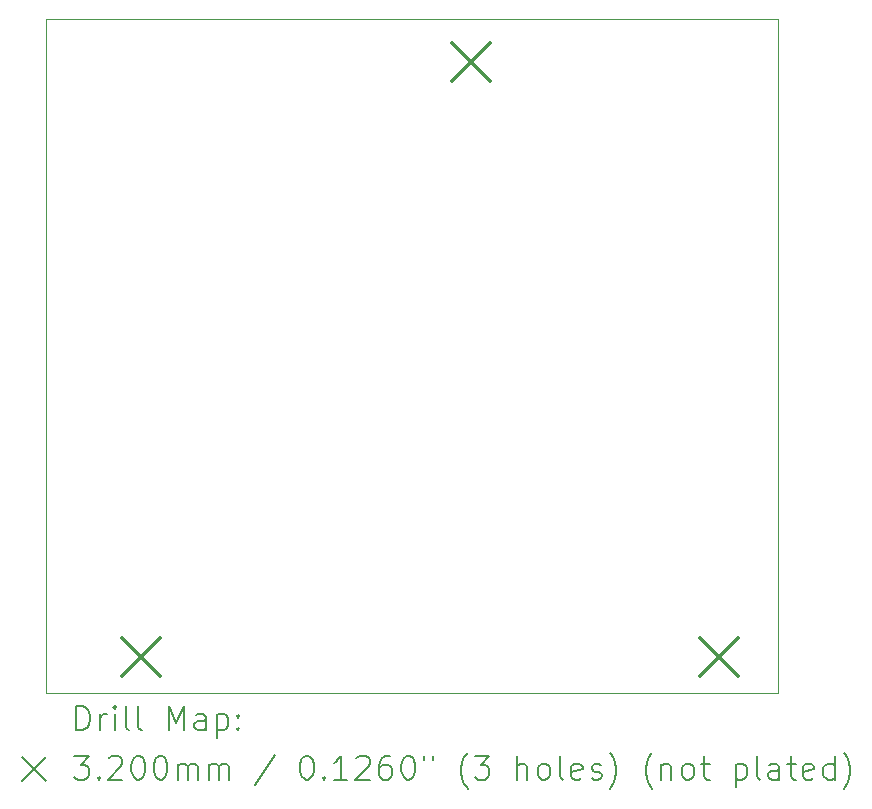
<source format=gbr>
%TF.GenerationSoftware,KiCad,Pcbnew,7.0.7*%
%TF.CreationDate,2023-11-28T10:25:27+01:00*%
%TF.ProjectId,wireless_Slave,77697265-6c65-4737-935f-536c6176652e,rev?*%
%TF.SameCoordinates,PXc751640PY92dda80*%
%TF.FileFunction,Drillmap*%
%TF.FilePolarity,Positive*%
%FSLAX45Y45*%
G04 Gerber Fmt 4.5, Leading zero omitted, Abs format (unit mm)*
G04 Created by KiCad (PCBNEW 7.0.7) date 2023-11-28 10:25:27*
%MOMM*%
%LPD*%
G01*
G04 APERTURE LIST*
%ADD10C,0.100000*%
%ADD11C,0.200000*%
%ADD12C,0.320000*%
G04 APERTURE END LIST*
D10*
X0Y5700000D02*
X6200000Y5700000D01*
X6200000Y0D01*
X0Y0D01*
X0Y5700000D01*
D11*
D12*
X640000Y460000D02*
X960000Y140000D01*
X960000Y460000D02*
X640000Y140000D01*
X3435000Y5500000D02*
X3755000Y5180000D01*
X3755000Y5500000D02*
X3435000Y5180000D01*
X5540000Y460000D02*
X5860000Y140000D01*
X5860000Y460000D02*
X5540000Y140000D01*
D11*
X255777Y-316484D02*
X255777Y-116484D01*
X255777Y-116484D02*
X303396Y-116484D01*
X303396Y-116484D02*
X331967Y-126008D01*
X331967Y-126008D02*
X351015Y-145055D01*
X351015Y-145055D02*
X360539Y-164103D01*
X360539Y-164103D02*
X370062Y-202198D01*
X370062Y-202198D02*
X370062Y-230769D01*
X370062Y-230769D02*
X360539Y-268865D01*
X360539Y-268865D02*
X351015Y-287912D01*
X351015Y-287912D02*
X331967Y-306960D01*
X331967Y-306960D02*
X303396Y-316484D01*
X303396Y-316484D02*
X255777Y-316484D01*
X455777Y-316484D02*
X455777Y-183150D01*
X455777Y-221246D02*
X465301Y-202198D01*
X465301Y-202198D02*
X474824Y-192674D01*
X474824Y-192674D02*
X493872Y-183150D01*
X493872Y-183150D02*
X512920Y-183150D01*
X579586Y-316484D02*
X579586Y-183150D01*
X579586Y-116484D02*
X570063Y-126008D01*
X570063Y-126008D02*
X579586Y-135531D01*
X579586Y-135531D02*
X589110Y-126008D01*
X589110Y-126008D02*
X579586Y-116484D01*
X579586Y-116484D02*
X579586Y-135531D01*
X703396Y-316484D02*
X684348Y-306960D01*
X684348Y-306960D02*
X674824Y-287912D01*
X674824Y-287912D02*
X674824Y-116484D01*
X808158Y-316484D02*
X789110Y-306960D01*
X789110Y-306960D02*
X779586Y-287912D01*
X779586Y-287912D02*
X779586Y-116484D01*
X1036729Y-316484D02*
X1036729Y-116484D01*
X1036729Y-116484D02*
X1103396Y-259341D01*
X1103396Y-259341D02*
X1170063Y-116484D01*
X1170063Y-116484D02*
X1170063Y-316484D01*
X1351015Y-316484D02*
X1351015Y-211722D01*
X1351015Y-211722D02*
X1341491Y-192674D01*
X1341491Y-192674D02*
X1322444Y-183150D01*
X1322444Y-183150D02*
X1284348Y-183150D01*
X1284348Y-183150D02*
X1265301Y-192674D01*
X1351015Y-306960D02*
X1331967Y-316484D01*
X1331967Y-316484D02*
X1284348Y-316484D01*
X1284348Y-316484D02*
X1265301Y-306960D01*
X1265301Y-306960D02*
X1255777Y-287912D01*
X1255777Y-287912D02*
X1255777Y-268865D01*
X1255777Y-268865D02*
X1265301Y-249817D01*
X1265301Y-249817D02*
X1284348Y-240293D01*
X1284348Y-240293D02*
X1331967Y-240293D01*
X1331967Y-240293D02*
X1351015Y-230769D01*
X1446253Y-183150D02*
X1446253Y-383150D01*
X1446253Y-192674D02*
X1465301Y-183150D01*
X1465301Y-183150D02*
X1503396Y-183150D01*
X1503396Y-183150D02*
X1522443Y-192674D01*
X1522443Y-192674D02*
X1531967Y-202198D01*
X1531967Y-202198D02*
X1541491Y-221246D01*
X1541491Y-221246D02*
X1541491Y-278389D01*
X1541491Y-278389D02*
X1531967Y-297436D01*
X1531967Y-297436D02*
X1522443Y-306960D01*
X1522443Y-306960D02*
X1503396Y-316484D01*
X1503396Y-316484D02*
X1465301Y-316484D01*
X1465301Y-316484D02*
X1446253Y-306960D01*
X1627205Y-297436D02*
X1636729Y-306960D01*
X1636729Y-306960D02*
X1627205Y-316484D01*
X1627205Y-316484D02*
X1617682Y-306960D01*
X1617682Y-306960D02*
X1627205Y-297436D01*
X1627205Y-297436D02*
X1627205Y-316484D01*
X1627205Y-192674D02*
X1636729Y-202198D01*
X1636729Y-202198D02*
X1627205Y-211722D01*
X1627205Y-211722D02*
X1617682Y-202198D01*
X1617682Y-202198D02*
X1627205Y-192674D01*
X1627205Y-192674D02*
X1627205Y-211722D01*
X-205000Y-545000D02*
X-5000Y-745000D01*
X-5000Y-545000D02*
X-205000Y-745000D01*
X236729Y-536484D02*
X360539Y-536484D01*
X360539Y-536484D02*
X293872Y-612674D01*
X293872Y-612674D02*
X322444Y-612674D01*
X322444Y-612674D02*
X341491Y-622198D01*
X341491Y-622198D02*
X351015Y-631722D01*
X351015Y-631722D02*
X360539Y-650770D01*
X360539Y-650770D02*
X360539Y-698389D01*
X360539Y-698389D02*
X351015Y-717436D01*
X351015Y-717436D02*
X341491Y-726960D01*
X341491Y-726960D02*
X322444Y-736484D01*
X322444Y-736484D02*
X265301Y-736484D01*
X265301Y-736484D02*
X246253Y-726960D01*
X246253Y-726960D02*
X236729Y-717436D01*
X446253Y-717436D02*
X455777Y-726960D01*
X455777Y-726960D02*
X446253Y-736484D01*
X446253Y-736484D02*
X436729Y-726960D01*
X436729Y-726960D02*
X446253Y-717436D01*
X446253Y-717436D02*
X446253Y-736484D01*
X531967Y-555531D02*
X541491Y-546008D01*
X541491Y-546008D02*
X560539Y-536484D01*
X560539Y-536484D02*
X608158Y-536484D01*
X608158Y-536484D02*
X627205Y-546008D01*
X627205Y-546008D02*
X636729Y-555531D01*
X636729Y-555531D02*
X646253Y-574579D01*
X646253Y-574579D02*
X646253Y-593627D01*
X646253Y-593627D02*
X636729Y-622198D01*
X636729Y-622198D02*
X522443Y-736484D01*
X522443Y-736484D02*
X646253Y-736484D01*
X770062Y-536484D02*
X789110Y-536484D01*
X789110Y-536484D02*
X808158Y-546008D01*
X808158Y-546008D02*
X817682Y-555531D01*
X817682Y-555531D02*
X827205Y-574579D01*
X827205Y-574579D02*
X836729Y-612674D01*
X836729Y-612674D02*
X836729Y-660293D01*
X836729Y-660293D02*
X827205Y-698389D01*
X827205Y-698389D02*
X817682Y-717436D01*
X817682Y-717436D02*
X808158Y-726960D01*
X808158Y-726960D02*
X789110Y-736484D01*
X789110Y-736484D02*
X770062Y-736484D01*
X770062Y-736484D02*
X751015Y-726960D01*
X751015Y-726960D02*
X741491Y-717436D01*
X741491Y-717436D02*
X731967Y-698389D01*
X731967Y-698389D02*
X722443Y-660293D01*
X722443Y-660293D02*
X722443Y-612674D01*
X722443Y-612674D02*
X731967Y-574579D01*
X731967Y-574579D02*
X741491Y-555531D01*
X741491Y-555531D02*
X751015Y-546008D01*
X751015Y-546008D02*
X770062Y-536484D01*
X960539Y-536484D02*
X979586Y-536484D01*
X979586Y-536484D02*
X998634Y-546008D01*
X998634Y-546008D02*
X1008158Y-555531D01*
X1008158Y-555531D02*
X1017682Y-574579D01*
X1017682Y-574579D02*
X1027205Y-612674D01*
X1027205Y-612674D02*
X1027205Y-660293D01*
X1027205Y-660293D02*
X1017682Y-698389D01*
X1017682Y-698389D02*
X1008158Y-717436D01*
X1008158Y-717436D02*
X998634Y-726960D01*
X998634Y-726960D02*
X979586Y-736484D01*
X979586Y-736484D02*
X960539Y-736484D01*
X960539Y-736484D02*
X941491Y-726960D01*
X941491Y-726960D02*
X931967Y-717436D01*
X931967Y-717436D02*
X922443Y-698389D01*
X922443Y-698389D02*
X912920Y-660293D01*
X912920Y-660293D02*
X912920Y-612674D01*
X912920Y-612674D02*
X922443Y-574579D01*
X922443Y-574579D02*
X931967Y-555531D01*
X931967Y-555531D02*
X941491Y-546008D01*
X941491Y-546008D02*
X960539Y-536484D01*
X1112920Y-736484D02*
X1112920Y-603150D01*
X1112920Y-622198D02*
X1122444Y-612674D01*
X1122444Y-612674D02*
X1141491Y-603150D01*
X1141491Y-603150D02*
X1170063Y-603150D01*
X1170063Y-603150D02*
X1189110Y-612674D01*
X1189110Y-612674D02*
X1198634Y-631722D01*
X1198634Y-631722D02*
X1198634Y-736484D01*
X1198634Y-631722D02*
X1208158Y-612674D01*
X1208158Y-612674D02*
X1227205Y-603150D01*
X1227205Y-603150D02*
X1255777Y-603150D01*
X1255777Y-603150D02*
X1274825Y-612674D01*
X1274825Y-612674D02*
X1284348Y-631722D01*
X1284348Y-631722D02*
X1284348Y-736484D01*
X1379586Y-736484D02*
X1379586Y-603150D01*
X1379586Y-622198D02*
X1389110Y-612674D01*
X1389110Y-612674D02*
X1408158Y-603150D01*
X1408158Y-603150D02*
X1436729Y-603150D01*
X1436729Y-603150D02*
X1455777Y-612674D01*
X1455777Y-612674D02*
X1465301Y-631722D01*
X1465301Y-631722D02*
X1465301Y-736484D01*
X1465301Y-631722D02*
X1474824Y-612674D01*
X1474824Y-612674D02*
X1493872Y-603150D01*
X1493872Y-603150D02*
X1522443Y-603150D01*
X1522443Y-603150D02*
X1541491Y-612674D01*
X1541491Y-612674D02*
X1551015Y-631722D01*
X1551015Y-631722D02*
X1551015Y-736484D01*
X1941491Y-526960D02*
X1770063Y-784103D01*
X2198634Y-536484D02*
X2217682Y-536484D01*
X2217682Y-536484D02*
X2236729Y-546008D01*
X2236729Y-546008D02*
X2246253Y-555531D01*
X2246253Y-555531D02*
X2255777Y-574579D01*
X2255777Y-574579D02*
X2265301Y-612674D01*
X2265301Y-612674D02*
X2265301Y-660293D01*
X2265301Y-660293D02*
X2255777Y-698389D01*
X2255777Y-698389D02*
X2246253Y-717436D01*
X2246253Y-717436D02*
X2236729Y-726960D01*
X2236729Y-726960D02*
X2217682Y-736484D01*
X2217682Y-736484D02*
X2198634Y-736484D01*
X2198634Y-736484D02*
X2179587Y-726960D01*
X2179587Y-726960D02*
X2170063Y-717436D01*
X2170063Y-717436D02*
X2160539Y-698389D01*
X2160539Y-698389D02*
X2151015Y-660293D01*
X2151015Y-660293D02*
X2151015Y-612674D01*
X2151015Y-612674D02*
X2160539Y-574579D01*
X2160539Y-574579D02*
X2170063Y-555531D01*
X2170063Y-555531D02*
X2179587Y-546008D01*
X2179587Y-546008D02*
X2198634Y-536484D01*
X2351015Y-717436D02*
X2360539Y-726960D01*
X2360539Y-726960D02*
X2351015Y-736484D01*
X2351015Y-736484D02*
X2341491Y-726960D01*
X2341491Y-726960D02*
X2351015Y-717436D01*
X2351015Y-717436D02*
X2351015Y-736484D01*
X2551015Y-736484D02*
X2436729Y-736484D01*
X2493872Y-736484D02*
X2493872Y-536484D01*
X2493872Y-536484D02*
X2474825Y-565055D01*
X2474825Y-565055D02*
X2455777Y-584103D01*
X2455777Y-584103D02*
X2436729Y-593627D01*
X2627206Y-555531D02*
X2636729Y-546008D01*
X2636729Y-546008D02*
X2655777Y-536484D01*
X2655777Y-536484D02*
X2703396Y-536484D01*
X2703396Y-536484D02*
X2722444Y-546008D01*
X2722444Y-546008D02*
X2731968Y-555531D01*
X2731968Y-555531D02*
X2741491Y-574579D01*
X2741491Y-574579D02*
X2741491Y-593627D01*
X2741491Y-593627D02*
X2731968Y-622198D01*
X2731968Y-622198D02*
X2617682Y-736484D01*
X2617682Y-736484D02*
X2741491Y-736484D01*
X2912920Y-536484D02*
X2874825Y-536484D01*
X2874825Y-536484D02*
X2855777Y-546008D01*
X2855777Y-546008D02*
X2846253Y-555531D01*
X2846253Y-555531D02*
X2827206Y-584103D01*
X2827206Y-584103D02*
X2817682Y-622198D01*
X2817682Y-622198D02*
X2817682Y-698389D01*
X2817682Y-698389D02*
X2827206Y-717436D01*
X2827206Y-717436D02*
X2836729Y-726960D01*
X2836729Y-726960D02*
X2855777Y-736484D01*
X2855777Y-736484D02*
X2893872Y-736484D01*
X2893872Y-736484D02*
X2912920Y-726960D01*
X2912920Y-726960D02*
X2922444Y-717436D01*
X2922444Y-717436D02*
X2931967Y-698389D01*
X2931967Y-698389D02*
X2931967Y-650770D01*
X2931967Y-650770D02*
X2922444Y-631722D01*
X2922444Y-631722D02*
X2912920Y-622198D01*
X2912920Y-622198D02*
X2893872Y-612674D01*
X2893872Y-612674D02*
X2855777Y-612674D01*
X2855777Y-612674D02*
X2836729Y-622198D01*
X2836729Y-622198D02*
X2827206Y-631722D01*
X2827206Y-631722D02*
X2817682Y-650770D01*
X3055777Y-536484D02*
X3074825Y-536484D01*
X3074825Y-536484D02*
X3093872Y-546008D01*
X3093872Y-546008D02*
X3103396Y-555531D01*
X3103396Y-555531D02*
X3112920Y-574579D01*
X3112920Y-574579D02*
X3122444Y-612674D01*
X3122444Y-612674D02*
X3122444Y-660293D01*
X3122444Y-660293D02*
X3112920Y-698389D01*
X3112920Y-698389D02*
X3103396Y-717436D01*
X3103396Y-717436D02*
X3093872Y-726960D01*
X3093872Y-726960D02*
X3074825Y-736484D01*
X3074825Y-736484D02*
X3055777Y-736484D01*
X3055777Y-736484D02*
X3036729Y-726960D01*
X3036729Y-726960D02*
X3027206Y-717436D01*
X3027206Y-717436D02*
X3017682Y-698389D01*
X3017682Y-698389D02*
X3008158Y-660293D01*
X3008158Y-660293D02*
X3008158Y-612674D01*
X3008158Y-612674D02*
X3017682Y-574579D01*
X3017682Y-574579D02*
X3027206Y-555531D01*
X3027206Y-555531D02*
X3036729Y-546008D01*
X3036729Y-546008D02*
X3055777Y-536484D01*
X3198634Y-536484D02*
X3198634Y-574579D01*
X3274825Y-536484D02*
X3274825Y-574579D01*
X3570063Y-812674D02*
X3560539Y-803150D01*
X3560539Y-803150D02*
X3541491Y-774579D01*
X3541491Y-774579D02*
X3531968Y-755531D01*
X3531968Y-755531D02*
X3522444Y-726960D01*
X3522444Y-726960D02*
X3512920Y-679341D01*
X3512920Y-679341D02*
X3512920Y-641246D01*
X3512920Y-641246D02*
X3522444Y-593627D01*
X3522444Y-593627D02*
X3531968Y-565055D01*
X3531968Y-565055D02*
X3541491Y-546008D01*
X3541491Y-546008D02*
X3560539Y-517436D01*
X3560539Y-517436D02*
X3570063Y-507912D01*
X3627206Y-536484D02*
X3751015Y-536484D01*
X3751015Y-536484D02*
X3684348Y-612674D01*
X3684348Y-612674D02*
X3712920Y-612674D01*
X3712920Y-612674D02*
X3731968Y-622198D01*
X3731968Y-622198D02*
X3741491Y-631722D01*
X3741491Y-631722D02*
X3751015Y-650770D01*
X3751015Y-650770D02*
X3751015Y-698389D01*
X3751015Y-698389D02*
X3741491Y-717436D01*
X3741491Y-717436D02*
X3731968Y-726960D01*
X3731968Y-726960D02*
X3712920Y-736484D01*
X3712920Y-736484D02*
X3655777Y-736484D01*
X3655777Y-736484D02*
X3636729Y-726960D01*
X3636729Y-726960D02*
X3627206Y-717436D01*
X3989110Y-736484D02*
X3989110Y-536484D01*
X4074825Y-736484D02*
X4074825Y-631722D01*
X4074825Y-631722D02*
X4065301Y-612674D01*
X4065301Y-612674D02*
X4046253Y-603150D01*
X4046253Y-603150D02*
X4017682Y-603150D01*
X4017682Y-603150D02*
X3998634Y-612674D01*
X3998634Y-612674D02*
X3989110Y-622198D01*
X4198634Y-736484D02*
X4179587Y-726960D01*
X4179587Y-726960D02*
X4170063Y-717436D01*
X4170063Y-717436D02*
X4160539Y-698389D01*
X4160539Y-698389D02*
X4160539Y-641246D01*
X4160539Y-641246D02*
X4170063Y-622198D01*
X4170063Y-622198D02*
X4179587Y-612674D01*
X4179587Y-612674D02*
X4198634Y-603150D01*
X4198634Y-603150D02*
X4227206Y-603150D01*
X4227206Y-603150D02*
X4246253Y-612674D01*
X4246253Y-612674D02*
X4255777Y-622198D01*
X4255777Y-622198D02*
X4265301Y-641246D01*
X4265301Y-641246D02*
X4265301Y-698389D01*
X4265301Y-698389D02*
X4255777Y-717436D01*
X4255777Y-717436D02*
X4246253Y-726960D01*
X4246253Y-726960D02*
X4227206Y-736484D01*
X4227206Y-736484D02*
X4198634Y-736484D01*
X4379587Y-736484D02*
X4360539Y-726960D01*
X4360539Y-726960D02*
X4351015Y-707912D01*
X4351015Y-707912D02*
X4351015Y-536484D01*
X4531968Y-726960D02*
X4512920Y-736484D01*
X4512920Y-736484D02*
X4474825Y-736484D01*
X4474825Y-736484D02*
X4455777Y-726960D01*
X4455777Y-726960D02*
X4446253Y-707912D01*
X4446253Y-707912D02*
X4446253Y-631722D01*
X4446253Y-631722D02*
X4455777Y-612674D01*
X4455777Y-612674D02*
X4474825Y-603150D01*
X4474825Y-603150D02*
X4512920Y-603150D01*
X4512920Y-603150D02*
X4531968Y-612674D01*
X4531968Y-612674D02*
X4541492Y-631722D01*
X4541492Y-631722D02*
X4541492Y-650770D01*
X4541492Y-650770D02*
X4446253Y-669817D01*
X4617682Y-726960D02*
X4636730Y-736484D01*
X4636730Y-736484D02*
X4674825Y-736484D01*
X4674825Y-736484D02*
X4693873Y-726960D01*
X4693873Y-726960D02*
X4703396Y-707912D01*
X4703396Y-707912D02*
X4703396Y-698389D01*
X4703396Y-698389D02*
X4693873Y-679341D01*
X4693873Y-679341D02*
X4674825Y-669817D01*
X4674825Y-669817D02*
X4646253Y-669817D01*
X4646253Y-669817D02*
X4627206Y-660293D01*
X4627206Y-660293D02*
X4617682Y-641246D01*
X4617682Y-641246D02*
X4617682Y-631722D01*
X4617682Y-631722D02*
X4627206Y-612674D01*
X4627206Y-612674D02*
X4646253Y-603150D01*
X4646253Y-603150D02*
X4674825Y-603150D01*
X4674825Y-603150D02*
X4693873Y-612674D01*
X4770063Y-812674D02*
X4779587Y-803150D01*
X4779587Y-803150D02*
X4798634Y-774579D01*
X4798634Y-774579D02*
X4808158Y-755531D01*
X4808158Y-755531D02*
X4817682Y-726960D01*
X4817682Y-726960D02*
X4827206Y-679341D01*
X4827206Y-679341D02*
X4827206Y-641246D01*
X4827206Y-641246D02*
X4817682Y-593627D01*
X4817682Y-593627D02*
X4808158Y-565055D01*
X4808158Y-565055D02*
X4798634Y-546008D01*
X4798634Y-546008D02*
X4779587Y-517436D01*
X4779587Y-517436D02*
X4770063Y-507912D01*
X5131968Y-812674D02*
X5122444Y-803150D01*
X5122444Y-803150D02*
X5103396Y-774579D01*
X5103396Y-774579D02*
X5093873Y-755531D01*
X5093873Y-755531D02*
X5084349Y-726960D01*
X5084349Y-726960D02*
X5074825Y-679341D01*
X5074825Y-679341D02*
X5074825Y-641246D01*
X5074825Y-641246D02*
X5084349Y-593627D01*
X5084349Y-593627D02*
X5093873Y-565055D01*
X5093873Y-565055D02*
X5103396Y-546008D01*
X5103396Y-546008D02*
X5122444Y-517436D01*
X5122444Y-517436D02*
X5131968Y-507912D01*
X5208158Y-603150D02*
X5208158Y-736484D01*
X5208158Y-622198D02*
X5217682Y-612674D01*
X5217682Y-612674D02*
X5236730Y-603150D01*
X5236730Y-603150D02*
X5265301Y-603150D01*
X5265301Y-603150D02*
X5284349Y-612674D01*
X5284349Y-612674D02*
X5293873Y-631722D01*
X5293873Y-631722D02*
X5293873Y-736484D01*
X5417682Y-736484D02*
X5398634Y-726960D01*
X5398634Y-726960D02*
X5389111Y-717436D01*
X5389111Y-717436D02*
X5379587Y-698389D01*
X5379587Y-698389D02*
X5379587Y-641246D01*
X5379587Y-641246D02*
X5389111Y-622198D01*
X5389111Y-622198D02*
X5398634Y-612674D01*
X5398634Y-612674D02*
X5417682Y-603150D01*
X5417682Y-603150D02*
X5446254Y-603150D01*
X5446254Y-603150D02*
X5465301Y-612674D01*
X5465301Y-612674D02*
X5474825Y-622198D01*
X5474825Y-622198D02*
X5484349Y-641246D01*
X5484349Y-641246D02*
X5484349Y-698389D01*
X5484349Y-698389D02*
X5474825Y-717436D01*
X5474825Y-717436D02*
X5465301Y-726960D01*
X5465301Y-726960D02*
X5446254Y-736484D01*
X5446254Y-736484D02*
X5417682Y-736484D01*
X5541492Y-603150D02*
X5617682Y-603150D01*
X5570063Y-536484D02*
X5570063Y-707912D01*
X5570063Y-707912D02*
X5579587Y-726960D01*
X5579587Y-726960D02*
X5598634Y-736484D01*
X5598634Y-736484D02*
X5617682Y-736484D01*
X5836730Y-603150D02*
X5836730Y-803150D01*
X5836730Y-612674D02*
X5855777Y-603150D01*
X5855777Y-603150D02*
X5893873Y-603150D01*
X5893873Y-603150D02*
X5912920Y-612674D01*
X5912920Y-612674D02*
X5922444Y-622198D01*
X5922444Y-622198D02*
X5931968Y-641246D01*
X5931968Y-641246D02*
X5931968Y-698389D01*
X5931968Y-698389D02*
X5922444Y-717436D01*
X5922444Y-717436D02*
X5912920Y-726960D01*
X5912920Y-726960D02*
X5893873Y-736484D01*
X5893873Y-736484D02*
X5855777Y-736484D01*
X5855777Y-736484D02*
X5836730Y-726960D01*
X6046253Y-736484D02*
X6027206Y-726960D01*
X6027206Y-726960D02*
X6017682Y-707912D01*
X6017682Y-707912D02*
X6017682Y-536484D01*
X6208158Y-736484D02*
X6208158Y-631722D01*
X6208158Y-631722D02*
X6198634Y-612674D01*
X6198634Y-612674D02*
X6179587Y-603150D01*
X6179587Y-603150D02*
X6141492Y-603150D01*
X6141492Y-603150D02*
X6122444Y-612674D01*
X6208158Y-726960D02*
X6189111Y-736484D01*
X6189111Y-736484D02*
X6141492Y-736484D01*
X6141492Y-736484D02*
X6122444Y-726960D01*
X6122444Y-726960D02*
X6112920Y-707912D01*
X6112920Y-707912D02*
X6112920Y-688865D01*
X6112920Y-688865D02*
X6122444Y-669817D01*
X6122444Y-669817D02*
X6141492Y-660293D01*
X6141492Y-660293D02*
X6189111Y-660293D01*
X6189111Y-660293D02*
X6208158Y-650770D01*
X6274825Y-603150D02*
X6351015Y-603150D01*
X6303396Y-536484D02*
X6303396Y-707912D01*
X6303396Y-707912D02*
X6312920Y-726960D01*
X6312920Y-726960D02*
X6331968Y-736484D01*
X6331968Y-736484D02*
X6351015Y-736484D01*
X6493873Y-726960D02*
X6474825Y-736484D01*
X6474825Y-736484D02*
X6436730Y-736484D01*
X6436730Y-736484D02*
X6417682Y-726960D01*
X6417682Y-726960D02*
X6408158Y-707912D01*
X6408158Y-707912D02*
X6408158Y-631722D01*
X6408158Y-631722D02*
X6417682Y-612674D01*
X6417682Y-612674D02*
X6436730Y-603150D01*
X6436730Y-603150D02*
X6474825Y-603150D01*
X6474825Y-603150D02*
X6493873Y-612674D01*
X6493873Y-612674D02*
X6503396Y-631722D01*
X6503396Y-631722D02*
X6503396Y-650770D01*
X6503396Y-650770D02*
X6408158Y-669817D01*
X6674825Y-736484D02*
X6674825Y-536484D01*
X6674825Y-726960D02*
X6655777Y-736484D01*
X6655777Y-736484D02*
X6617682Y-736484D01*
X6617682Y-736484D02*
X6598634Y-726960D01*
X6598634Y-726960D02*
X6589111Y-717436D01*
X6589111Y-717436D02*
X6579587Y-698389D01*
X6579587Y-698389D02*
X6579587Y-641246D01*
X6579587Y-641246D02*
X6589111Y-622198D01*
X6589111Y-622198D02*
X6598634Y-612674D01*
X6598634Y-612674D02*
X6617682Y-603150D01*
X6617682Y-603150D02*
X6655777Y-603150D01*
X6655777Y-603150D02*
X6674825Y-612674D01*
X6751015Y-812674D02*
X6760539Y-803150D01*
X6760539Y-803150D02*
X6779587Y-774579D01*
X6779587Y-774579D02*
X6789111Y-755531D01*
X6789111Y-755531D02*
X6798634Y-726960D01*
X6798634Y-726960D02*
X6808158Y-679341D01*
X6808158Y-679341D02*
X6808158Y-641246D01*
X6808158Y-641246D02*
X6798634Y-593627D01*
X6798634Y-593627D02*
X6789111Y-565055D01*
X6789111Y-565055D02*
X6779587Y-546008D01*
X6779587Y-546008D02*
X6760539Y-517436D01*
X6760539Y-517436D02*
X6751015Y-507912D01*
M02*

</source>
